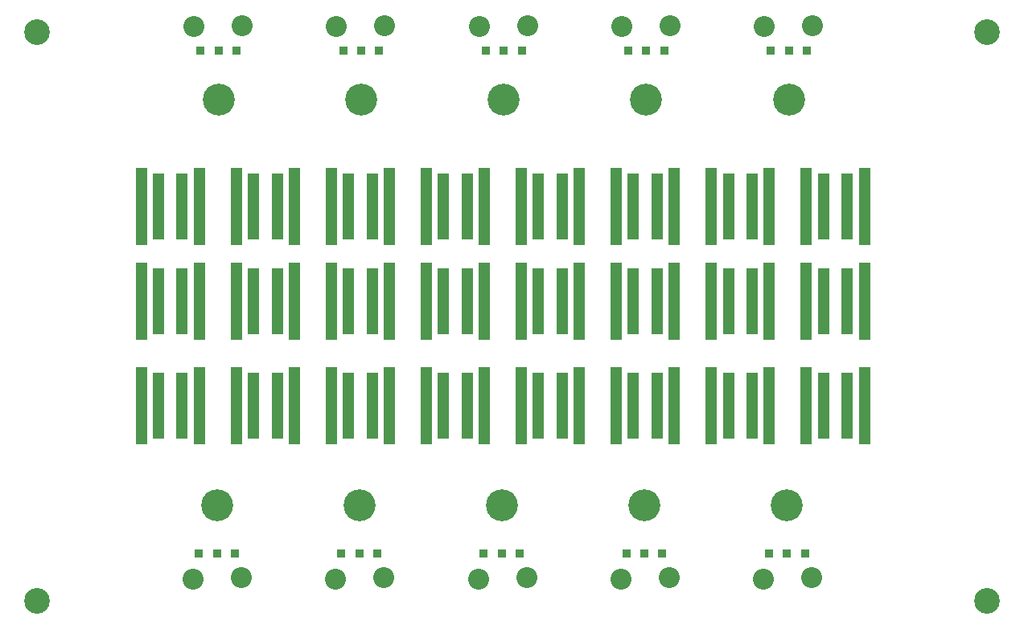
<source format=gbs>
G04*
G04 #@! TF.GenerationSoftware,Altium Limited,Altium Designer,21.1.1 (26)*
G04*
G04 Layer_Color=16711935*
%FSLAX25Y25*%
%MOIN*%
G70*
G04*
G04 #@! TF.SameCoordinates,038F9159-EE56-40B6-BC05-E6232A52DDBA*
G04*
G04*
G04 #@! TF.FilePolarity,Negative*
G04*
G01*
G75*
%ADD14C,0.10642*%
%ADD15C,0.08674*%
%ADD16R,0.03556X0.03556*%
%ADD17C,0.13202*%
%ADD24R,0.04900X0.27600*%
%ADD26R,0.05100X0.32300*%
D14*
X531496Y374016D02*
D03*
Y137795D02*
D03*
X137795D02*
D03*
Y374016D02*
D03*
D15*
X222441Y147480D02*
D03*
X202441Y146949D02*
D03*
X281496Y147480D02*
D03*
X261496Y146949D02*
D03*
X340551Y147480D02*
D03*
X320551Y146949D02*
D03*
X399606Y147480D02*
D03*
X379606Y146949D02*
D03*
X458661Y147480D02*
D03*
X438661Y146949D02*
D03*
X438976Y376142D02*
D03*
X458976Y376673D02*
D03*
X379921Y376142D02*
D03*
X399921Y376673D02*
D03*
X320866Y376142D02*
D03*
X340866Y376673D02*
D03*
X261811Y376142D02*
D03*
X281811Y376673D02*
D03*
X202756Y376142D02*
D03*
X222756Y376673D02*
D03*
D16*
X204724Y157480D02*
D03*
X212205D02*
D03*
X219685D02*
D03*
X263779D02*
D03*
X271260D02*
D03*
X278740D02*
D03*
X322835D02*
D03*
X330315D02*
D03*
X337795D02*
D03*
X381890D02*
D03*
X389370D02*
D03*
X396850D02*
D03*
X440945D02*
D03*
X448425D02*
D03*
X455905D02*
D03*
X456693Y366142D02*
D03*
X449213D02*
D03*
X441732D02*
D03*
X397638D02*
D03*
X390158D02*
D03*
X382677D02*
D03*
X338583D02*
D03*
X331102D02*
D03*
X323622D02*
D03*
X279528D02*
D03*
X272047D02*
D03*
X264567D02*
D03*
X220472D02*
D03*
X212992D02*
D03*
X205512D02*
D03*
D17*
X212205Y177559D02*
D03*
X271260D02*
D03*
X330315D02*
D03*
X389370D02*
D03*
X448425D02*
D03*
X449213Y346063D02*
D03*
X390158D02*
D03*
X331102D02*
D03*
X272047D02*
D03*
X212992D02*
D03*
D24*
X394685Y262244D02*
D03*
X384842D02*
D03*
X394685Y218937D02*
D03*
X384842D02*
D03*
X276575Y262244D02*
D03*
X266732D02*
D03*
X276575Y218937D02*
D03*
X266732D02*
D03*
X237205D02*
D03*
X227362D02*
D03*
X315945Y262244D02*
D03*
X306102D02*
D03*
X315945Y301614D02*
D03*
X306102D02*
D03*
X276575D02*
D03*
X266732D02*
D03*
X237205D02*
D03*
X227362D02*
D03*
X197835Y218937D02*
D03*
X187992D02*
D03*
X237205Y262244D02*
D03*
X227362D02*
D03*
X434055Y218937D02*
D03*
X424213D02*
D03*
X434055Y262244D02*
D03*
X424213D02*
D03*
X473425Y218937D02*
D03*
X463583D02*
D03*
X394685Y301614D02*
D03*
X384842D02*
D03*
X355315D02*
D03*
X345472D02*
D03*
X473425Y262244D02*
D03*
X463583D02*
D03*
X473425Y301614D02*
D03*
X463583D02*
D03*
X434055D02*
D03*
X424213D02*
D03*
X197835Y262244D02*
D03*
X187992D02*
D03*
X197835Y301614D02*
D03*
X187992D02*
D03*
X355315Y262244D02*
D03*
X345472D02*
D03*
X315945Y218937D02*
D03*
X306102D02*
D03*
X345472D02*
D03*
X355315D02*
D03*
D26*
X377736Y262244D02*
D03*
X401791D02*
D03*
X377736Y218937D02*
D03*
X401791D02*
D03*
X259626Y262244D02*
D03*
X283681D02*
D03*
X259626Y218937D02*
D03*
X283681D02*
D03*
X220256D02*
D03*
X244311D02*
D03*
X298996Y262244D02*
D03*
X323051D02*
D03*
X298996Y301614D02*
D03*
X323051D02*
D03*
X259626D02*
D03*
X283681D02*
D03*
X220256D02*
D03*
X244311D02*
D03*
X180886Y218937D02*
D03*
X204941D02*
D03*
X220256Y262244D02*
D03*
X244311D02*
D03*
X417106Y218937D02*
D03*
X441161D02*
D03*
X417106Y262244D02*
D03*
X441161D02*
D03*
X456476Y218937D02*
D03*
X480532D02*
D03*
X377736Y301614D02*
D03*
X401791D02*
D03*
X338366D02*
D03*
X362421D02*
D03*
X456476Y262244D02*
D03*
X480532D02*
D03*
X456476Y301614D02*
D03*
X480532D02*
D03*
X417106D02*
D03*
X441161D02*
D03*
X180886Y262244D02*
D03*
X204941D02*
D03*
X180886Y301614D02*
D03*
X204941D02*
D03*
X338366Y262244D02*
D03*
X362421D02*
D03*
X298996Y218937D02*
D03*
X323051D02*
D03*
X362421D02*
D03*
X338366D02*
D03*
M02*

</source>
